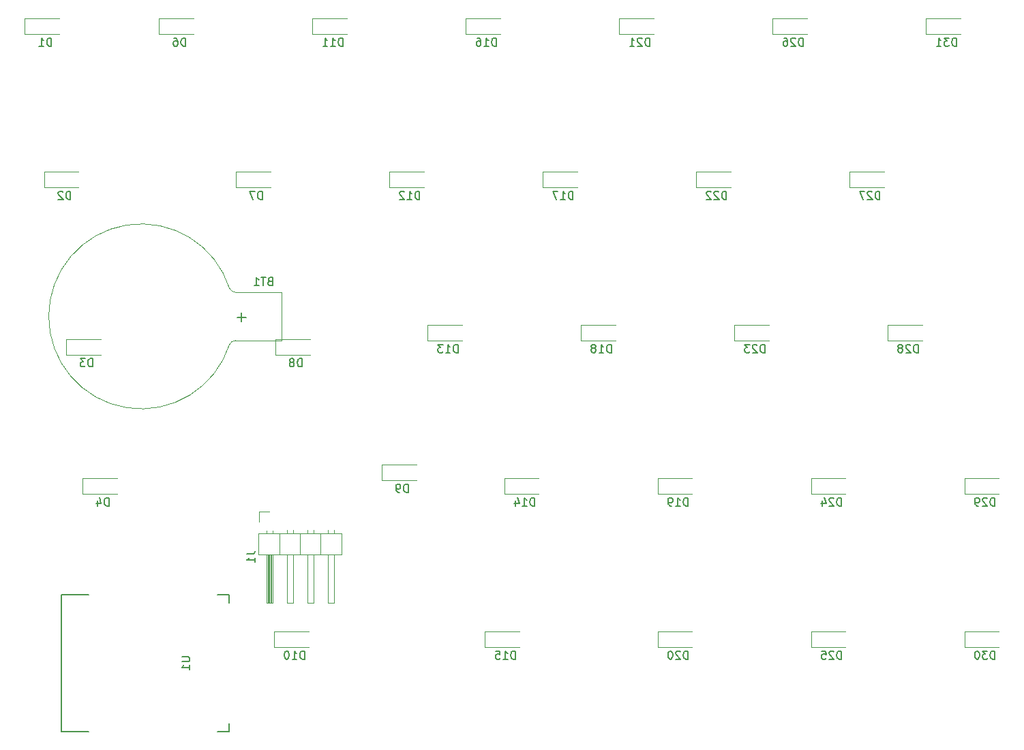
<source format=gbo>
G04 #@! TF.FileFunction,Legend,Bot*
%FSLAX46Y46*%
G04 Gerber Fmt 4.6, Leading zero omitted, Abs format (unit mm)*
G04 Created by KiCad (PCBNEW 4.0.7) date Monday, 23 April 2018 'AMt' 04:38:12*
%MOMM*%
%LPD*%
G01*
G04 APERTURE LIST*
%ADD10C,0.100000*%
%ADD11C,0.120000*%
%ADD12C,0.150000*%
G04 APERTURE END LIST*
D10*
D11*
X27943750Y-20050000D02*
X23643750Y-20050000D01*
X23643750Y-20050000D02*
X23643750Y-18050000D01*
X23643750Y-18050000D02*
X27943750Y-18050000D01*
X30325000Y-39100000D02*
X26025000Y-39100000D01*
X26025000Y-39100000D02*
X26025000Y-37100000D01*
X26025000Y-37100000D02*
X30325000Y-37100000D01*
X33050000Y-59900000D02*
X28750000Y-59900000D01*
X28750000Y-59900000D02*
X28750000Y-57900000D01*
X28750000Y-57900000D02*
X33050000Y-57900000D01*
X35087500Y-77200000D02*
X30787500Y-77200000D01*
X30787500Y-77200000D02*
X30787500Y-75200000D01*
X30787500Y-75200000D02*
X35087500Y-75200000D01*
X44612500Y-20050000D02*
X40312500Y-20050000D01*
X40312500Y-20050000D02*
X40312500Y-18050000D01*
X40312500Y-18050000D02*
X44612500Y-18050000D01*
X54137500Y-39100000D02*
X49837500Y-39100000D01*
X49837500Y-39100000D02*
X49837500Y-37100000D01*
X49837500Y-37100000D02*
X54137500Y-37100000D01*
X59050000Y-59900000D02*
X54750000Y-59900000D01*
X54750000Y-59900000D02*
X54750000Y-57900000D01*
X54750000Y-57900000D02*
X59050000Y-57900000D01*
X72250000Y-75500000D02*
X67950000Y-75500000D01*
X67950000Y-75500000D02*
X67950000Y-73500000D01*
X67950000Y-73500000D02*
X72250000Y-73500000D01*
X58900000Y-96250000D02*
X54600000Y-96250000D01*
X54600000Y-96250000D02*
X54600000Y-94250000D01*
X54600000Y-94250000D02*
X58900000Y-94250000D01*
X63662500Y-20050000D02*
X59362500Y-20050000D01*
X59362500Y-20050000D02*
X59362500Y-18050000D01*
X59362500Y-18050000D02*
X63662500Y-18050000D01*
X73187500Y-39100000D02*
X68887500Y-39100000D01*
X68887500Y-39100000D02*
X68887500Y-37100000D01*
X68887500Y-37100000D02*
X73187500Y-37100000D01*
X77950000Y-58150000D02*
X73650000Y-58150000D01*
X73650000Y-58150000D02*
X73650000Y-56150000D01*
X73650000Y-56150000D02*
X77950000Y-56150000D01*
X87475000Y-77200000D02*
X83175000Y-77200000D01*
X83175000Y-77200000D02*
X83175000Y-75200000D01*
X83175000Y-75200000D02*
X87475000Y-75200000D01*
X85093750Y-96250000D02*
X80793750Y-96250000D01*
X80793750Y-96250000D02*
X80793750Y-94250000D01*
X80793750Y-94250000D02*
X85093750Y-94250000D01*
X82712500Y-20050000D02*
X78412500Y-20050000D01*
X78412500Y-20050000D02*
X78412500Y-18050000D01*
X78412500Y-18050000D02*
X82712500Y-18050000D01*
X92237500Y-39100000D02*
X87937500Y-39100000D01*
X87937500Y-39100000D02*
X87937500Y-37100000D01*
X87937500Y-37100000D02*
X92237500Y-37100000D01*
X97000000Y-58150000D02*
X92700000Y-58150000D01*
X92700000Y-58150000D02*
X92700000Y-56150000D01*
X92700000Y-56150000D02*
X97000000Y-56150000D01*
X106525000Y-77200000D02*
X102225000Y-77200000D01*
X102225000Y-77200000D02*
X102225000Y-75200000D01*
X102225000Y-75200000D02*
X106525000Y-75200000D01*
X106525000Y-96250000D02*
X102225000Y-96250000D01*
X102225000Y-96250000D02*
X102225000Y-94250000D01*
X102225000Y-94250000D02*
X106525000Y-94250000D01*
X101762500Y-20050000D02*
X97462500Y-20050000D01*
X97462500Y-20050000D02*
X97462500Y-18050000D01*
X97462500Y-18050000D02*
X101762500Y-18050000D01*
X111287500Y-39100000D02*
X106987500Y-39100000D01*
X106987500Y-39100000D02*
X106987500Y-37100000D01*
X106987500Y-37100000D02*
X111287500Y-37100000D01*
X116050000Y-58150000D02*
X111750000Y-58150000D01*
X111750000Y-58150000D02*
X111750000Y-56150000D01*
X111750000Y-56150000D02*
X116050000Y-56150000D01*
X125575000Y-77200000D02*
X121275000Y-77200000D01*
X121275000Y-77200000D02*
X121275000Y-75200000D01*
X121275000Y-75200000D02*
X125575000Y-75200000D01*
X125575000Y-96250000D02*
X121275000Y-96250000D01*
X121275000Y-96250000D02*
X121275000Y-94250000D01*
X121275000Y-94250000D02*
X125575000Y-94250000D01*
X120812500Y-20050000D02*
X116512500Y-20050000D01*
X116512500Y-20050000D02*
X116512500Y-18050000D01*
X116512500Y-18050000D02*
X120812500Y-18050000D01*
X130337500Y-39100000D02*
X126037500Y-39100000D01*
X126037500Y-39100000D02*
X126037500Y-37100000D01*
X126037500Y-37100000D02*
X130337500Y-37100000D01*
X135100000Y-58150000D02*
X130800000Y-58150000D01*
X130800000Y-58150000D02*
X130800000Y-56150000D01*
X130800000Y-56150000D02*
X135100000Y-56150000D01*
X144625000Y-77200000D02*
X140325000Y-77200000D01*
X140325000Y-77200000D02*
X140325000Y-75200000D01*
X140325000Y-75200000D02*
X144625000Y-75200000D01*
X139862500Y-20050000D02*
X135562500Y-20050000D01*
X135562500Y-20050000D02*
X135562500Y-18050000D01*
X135562500Y-18050000D02*
X139862500Y-18050000D01*
X52670000Y-82040000D02*
X62950000Y-82040000D01*
X62950000Y-82040000D02*
X62950000Y-84700000D01*
X62950000Y-84700000D02*
X52670000Y-84700000D01*
X52670000Y-84700000D02*
X52670000Y-82040000D01*
X53620000Y-84700000D02*
X53620000Y-90700000D01*
X53620000Y-90700000D02*
X54380000Y-90700000D01*
X54380000Y-90700000D02*
X54380000Y-84700000D01*
X53680000Y-84700000D02*
X53680000Y-90700000D01*
X53800000Y-84700000D02*
X53800000Y-90700000D01*
X53920000Y-84700000D02*
X53920000Y-90700000D01*
X54040000Y-84700000D02*
X54040000Y-90700000D01*
X54160000Y-84700000D02*
X54160000Y-90700000D01*
X54280000Y-84700000D02*
X54280000Y-90700000D01*
X53620000Y-81710000D02*
X53620000Y-82040000D01*
X54380000Y-81710000D02*
X54380000Y-82040000D01*
X55270000Y-82040000D02*
X55270000Y-84700000D01*
X56160000Y-84700000D02*
X56160000Y-90700000D01*
X56160000Y-90700000D02*
X56920000Y-90700000D01*
X56920000Y-90700000D02*
X56920000Y-84700000D01*
X56160000Y-81642929D02*
X56160000Y-82040000D01*
X56920000Y-81642929D02*
X56920000Y-82040000D01*
X57810000Y-82040000D02*
X57810000Y-84700000D01*
X58700000Y-84700000D02*
X58700000Y-90700000D01*
X58700000Y-90700000D02*
X59460000Y-90700000D01*
X59460000Y-90700000D02*
X59460000Y-84700000D01*
X58700000Y-81642929D02*
X58700000Y-82040000D01*
X59460000Y-81642929D02*
X59460000Y-82040000D01*
X60350000Y-82040000D02*
X60350000Y-84700000D01*
X61240000Y-84700000D02*
X61240000Y-90700000D01*
X61240000Y-90700000D02*
X62000000Y-90700000D01*
X62000000Y-90700000D02*
X62000000Y-84700000D01*
X61240000Y-81642929D02*
X61240000Y-82040000D01*
X62000000Y-81642929D02*
X62000000Y-82040000D01*
X54000000Y-79330000D02*
X52730000Y-79330000D01*
X52730000Y-79330000D02*
X52730000Y-80600000D01*
D12*
X47600000Y-89700000D02*
X49000000Y-89700000D01*
X28200000Y-106700000D02*
X28200000Y-89700000D01*
X49000000Y-106700000D02*
X47600000Y-106700000D01*
X49000000Y-89700000D02*
X49000000Y-90700000D01*
X28200000Y-89700000D02*
X31600000Y-89700000D01*
X31600000Y-106700000D02*
X28200000Y-106700000D01*
X49000000Y-106700000D02*
X49000000Y-105700000D01*
D11*
X144625000Y-96250000D02*
X140325000Y-96250000D01*
X140325000Y-96250000D02*
X140325000Y-94250000D01*
X140325000Y-94250000D02*
X144625000Y-94250000D01*
X26604329Y-55054719D02*
G75*
G03X49050000Y-58600000I11495671J-45281D01*
G01*
X49048246Y-58626384D02*
G75*
G02X49800000Y-58100000I751754J-273616D01*
G01*
X26604329Y-55145281D02*
G75*
G02X49050000Y-51600000I11495671J45281D01*
G01*
X49048246Y-51573616D02*
G75*
G03X49800000Y-52100000I751754J273616D01*
G01*
X55500000Y-52100000D02*
X49800000Y-52100000D01*
X55500000Y-58100000D02*
X55500000Y-52100000D01*
X55500000Y-58100000D02*
X49800000Y-58100000D01*
D12*
X26931845Y-21502381D02*
X26931845Y-20502381D01*
X26693750Y-20502381D01*
X26550892Y-20550000D01*
X26455654Y-20645238D01*
X26408035Y-20740476D01*
X26360416Y-20930952D01*
X26360416Y-21073810D01*
X26408035Y-21264286D01*
X26455654Y-21359524D01*
X26550892Y-21454762D01*
X26693750Y-21502381D01*
X26931845Y-21502381D01*
X25408035Y-21502381D02*
X25979464Y-21502381D01*
X25693750Y-21502381D02*
X25693750Y-20502381D01*
X25788988Y-20645238D01*
X25884226Y-20740476D01*
X25979464Y-20788095D01*
X29313095Y-40552381D02*
X29313095Y-39552381D01*
X29075000Y-39552381D01*
X28932142Y-39600000D01*
X28836904Y-39695238D01*
X28789285Y-39790476D01*
X28741666Y-39980952D01*
X28741666Y-40123810D01*
X28789285Y-40314286D01*
X28836904Y-40409524D01*
X28932142Y-40504762D01*
X29075000Y-40552381D01*
X29313095Y-40552381D01*
X28360714Y-39647619D02*
X28313095Y-39600000D01*
X28217857Y-39552381D01*
X27979761Y-39552381D01*
X27884523Y-39600000D01*
X27836904Y-39647619D01*
X27789285Y-39742857D01*
X27789285Y-39838095D01*
X27836904Y-39980952D01*
X28408333Y-40552381D01*
X27789285Y-40552381D01*
X32038095Y-61352381D02*
X32038095Y-60352381D01*
X31800000Y-60352381D01*
X31657142Y-60400000D01*
X31561904Y-60495238D01*
X31514285Y-60590476D01*
X31466666Y-60780952D01*
X31466666Y-60923810D01*
X31514285Y-61114286D01*
X31561904Y-61209524D01*
X31657142Y-61304762D01*
X31800000Y-61352381D01*
X32038095Y-61352381D01*
X31133333Y-60352381D02*
X30514285Y-60352381D01*
X30847619Y-60733333D01*
X30704761Y-60733333D01*
X30609523Y-60780952D01*
X30561904Y-60828571D01*
X30514285Y-60923810D01*
X30514285Y-61161905D01*
X30561904Y-61257143D01*
X30609523Y-61304762D01*
X30704761Y-61352381D01*
X30990476Y-61352381D01*
X31085714Y-61304762D01*
X31133333Y-61257143D01*
X34075595Y-78652381D02*
X34075595Y-77652381D01*
X33837500Y-77652381D01*
X33694642Y-77700000D01*
X33599404Y-77795238D01*
X33551785Y-77890476D01*
X33504166Y-78080952D01*
X33504166Y-78223810D01*
X33551785Y-78414286D01*
X33599404Y-78509524D01*
X33694642Y-78604762D01*
X33837500Y-78652381D01*
X34075595Y-78652381D01*
X32647023Y-77985714D02*
X32647023Y-78652381D01*
X32885119Y-77604762D02*
X33123214Y-78319048D01*
X32504166Y-78319048D01*
X43600595Y-21502381D02*
X43600595Y-20502381D01*
X43362500Y-20502381D01*
X43219642Y-20550000D01*
X43124404Y-20645238D01*
X43076785Y-20740476D01*
X43029166Y-20930952D01*
X43029166Y-21073810D01*
X43076785Y-21264286D01*
X43124404Y-21359524D01*
X43219642Y-21454762D01*
X43362500Y-21502381D01*
X43600595Y-21502381D01*
X42172023Y-20502381D02*
X42362500Y-20502381D01*
X42457738Y-20550000D01*
X42505357Y-20597619D01*
X42600595Y-20740476D01*
X42648214Y-20930952D01*
X42648214Y-21311905D01*
X42600595Y-21407143D01*
X42552976Y-21454762D01*
X42457738Y-21502381D01*
X42267261Y-21502381D01*
X42172023Y-21454762D01*
X42124404Y-21407143D01*
X42076785Y-21311905D01*
X42076785Y-21073810D01*
X42124404Y-20978571D01*
X42172023Y-20930952D01*
X42267261Y-20883333D01*
X42457738Y-20883333D01*
X42552976Y-20930952D01*
X42600595Y-20978571D01*
X42648214Y-21073810D01*
X53125595Y-40552381D02*
X53125595Y-39552381D01*
X52887500Y-39552381D01*
X52744642Y-39600000D01*
X52649404Y-39695238D01*
X52601785Y-39790476D01*
X52554166Y-39980952D01*
X52554166Y-40123810D01*
X52601785Y-40314286D01*
X52649404Y-40409524D01*
X52744642Y-40504762D01*
X52887500Y-40552381D01*
X53125595Y-40552381D01*
X52220833Y-39552381D02*
X51554166Y-39552381D01*
X51982738Y-40552381D01*
X58038095Y-61352381D02*
X58038095Y-60352381D01*
X57800000Y-60352381D01*
X57657142Y-60400000D01*
X57561904Y-60495238D01*
X57514285Y-60590476D01*
X57466666Y-60780952D01*
X57466666Y-60923810D01*
X57514285Y-61114286D01*
X57561904Y-61209524D01*
X57657142Y-61304762D01*
X57800000Y-61352381D01*
X58038095Y-61352381D01*
X56895238Y-60780952D02*
X56990476Y-60733333D01*
X57038095Y-60685714D01*
X57085714Y-60590476D01*
X57085714Y-60542857D01*
X57038095Y-60447619D01*
X56990476Y-60400000D01*
X56895238Y-60352381D01*
X56704761Y-60352381D01*
X56609523Y-60400000D01*
X56561904Y-60447619D01*
X56514285Y-60542857D01*
X56514285Y-60590476D01*
X56561904Y-60685714D01*
X56609523Y-60733333D01*
X56704761Y-60780952D01*
X56895238Y-60780952D01*
X56990476Y-60828571D01*
X57038095Y-60876190D01*
X57085714Y-60971429D01*
X57085714Y-61161905D01*
X57038095Y-61257143D01*
X56990476Y-61304762D01*
X56895238Y-61352381D01*
X56704761Y-61352381D01*
X56609523Y-61304762D01*
X56561904Y-61257143D01*
X56514285Y-61161905D01*
X56514285Y-60971429D01*
X56561904Y-60876190D01*
X56609523Y-60828571D01*
X56704761Y-60780952D01*
X71238095Y-76952381D02*
X71238095Y-75952381D01*
X71000000Y-75952381D01*
X70857142Y-76000000D01*
X70761904Y-76095238D01*
X70714285Y-76190476D01*
X70666666Y-76380952D01*
X70666666Y-76523810D01*
X70714285Y-76714286D01*
X70761904Y-76809524D01*
X70857142Y-76904762D01*
X71000000Y-76952381D01*
X71238095Y-76952381D01*
X70190476Y-76952381D02*
X70000000Y-76952381D01*
X69904761Y-76904762D01*
X69857142Y-76857143D01*
X69761904Y-76714286D01*
X69714285Y-76523810D01*
X69714285Y-76142857D01*
X69761904Y-76047619D01*
X69809523Y-76000000D01*
X69904761Y-75952381D01*
X70095238Y-75952381D01*
X70190476Y-76000000D01*
X70238095Y-76047619D01*
X70285714Y-76142857D01*
X70285714Y-76380952D01*
X70238095Y-76476190D01*
X70190476Y-76523810D01*
X70095238Y-76571429D01*
X69904761Y-76571429D01*
X69809523Y-76523810D01*
X69761904Y-76476190D01*
X69714285Y-76380952D01*
X58364286Y-97702381D02*
X58364286Y-96702381D01*
X58126191Y-96702381D01*
X57983333Y-96750000D01*
X57888095Y-96845238D01*
X57840476Y-96940476D01*
X57792857Y-97130952D01*
X57792857Y-97273810D01*
X57840476Y-97464286D01*
X57888095Y-97559524D01*
X57983333Y-97654762D01*
X58126191Y-97702381D01*
X58364286Y-97702381D01*
X56840476Y-97702381D02*
X57411905Y-97702381D01*
X57126191Y-97702381D02*
X57126191Y-96702381D01*
X57221429Y-96845238D01*
X57316667Y-96940476D01*
X57411905Y-96988095D01*
X56221429Y-96702381D02*
X56126190Y-96702381D01*
X56030952Y-96750000D01*
X55983333Y-96797619D01*
X55935714Y-96892857D01*
X55888095Y-97083333D01*
X55888095Y-97321429D01*
X55935714Y-97511905D01*
X55983333Y-97607143D01*
X56030952Y-97654762D01*
X56126190Y-97702381D01*
X56221429Y-97702381D01*
X56316667Y-97654762D01*
X56364286Y-97607143D01*
X56411905Y-97511905D01*
X56459524Y-97321429D01*
X56459524Y-97083333D01*
X56411905Y-96892857D01*
X56364286Y-96797619D01*
X56316667Y-96750000D01*
X56221429Y-96702381D01*
X63126786Y-21502381D02*
X63126786Y-20502381D01*
X62888691Y-20502381D01*
X62745833Y-20550000D01*
X62650595Y-20645238D01*
X62602976Y-20740476D01*
X62555357Y-20930952D01*
X62555357Y-21073810D01*
X62602976Y-21264286D01*
X62650595Y-21359524D01*
X62745833Y-21454762D01*
X62888691Y-21502381D01*
X63126786Y-21502381D01*
X61602976Y-21502381D02*
X62174405Y-21502381D01*
X61888691Y-21502381D02*
X61888691Y-20502381D01*
X61983929Y-20645238D01*
X62079167Y-20740476D01*
X62174405Y-20788095D01*
X60650595Y-21502381D02*
X61222024Y-21502381D01*
X60936310Y-21502381D02*
X60936310Y-20502381D01*
X61031548Y-20645238D01*
X61126786Y-20740476D01*
X61222024Y-20788095D01*
X72651786Y-40552381D02*
X72651786Y-39552381D01*
X72413691Y-39552381D01*
X72270833Y-39600000D01*
X72175595Y-39695238D01*
X72127976Y-39790476D01*
X72080357Y-39980952D01*
X72080357Y-40123810D01*
X72127976Y-40314286D01*
X72175595Y-40409524D01*
X72270833Y-40504762D01*
X72413691Y-40552381D01*
X72651786Y-40552381D01*
X71127976Y-40552381D02*
X71699405Y-40552381D01*
X71413691Y-40552381D02*
X71413691Y-39552381D01*
X71508929Y-39695238D01*
X71604167Y-39790476D01*
X71699405Y-39838095D01*
X70747024Y-39647619D02*
X70699405Y-39600000D01*
X70604167Y-39552381D01*
X70366071Y-39552381D01*
X70270833Y-39600000D01*
X70223214Y-39647619D01*
X70175595Y-39742857D01*
X70175595Y-39838095D01*
X70223214Y-39980952D01*
X70794643Y-40552381D01*
X70175595Y-40552381D01*
X77414286Y-59602381D02*
X77414286Y-58602381D01*
X77176191Y-58602381D01*
X77033333Y-58650000D01*
X76938095Y-58745238D01*
X76890476Y-58840476D01*
X76842857Y-59030952D01*
X76842857Y-59173810D01*
X76890476Y-59364286D01*
X76938095Y-59459524D01*
X77033333Y-59554762D01*
X77176191Y-59602381D01*
X77414286Y-59602381D01*
X75890476Y-59602381D02*
X76461905Y-59602381D01*
X76176191Y-59602381D02*
X76176191Y-58602381D01*
X76271429Y-58745238D01*
X76366667Y-58840476D01*
X76461905Y-58888095D01*
X75557143Y-58602381D02*
X74938095Y-58602381D01*
X75271429Y-58983333D01*
X75128571Y-58983333D01*
X75033333Y-59030952D01*
X74985714Y-59078571D01*
X74938095Y-59173810D01*
X74938095Y-59411905D01*
X74985714Y-59507143D01*
X75033333Y-59554762D01*
X75128571Y-59602381D01*
X75414286Y-59602381D01*
X75509524Y-59554762D01*
X75557143Y-59507143D01*
X86939286Y-78652381D02*
X86939286Y-77652381D01*
X86701191Y-77652381D01*
X86558333Y-77700000D01*
X86463095Y-77795238D01*
X86415476Y-77890476D01*
X86367857Y-78080952D01*
X86367857Y-78223810D01*
X86415476Y-78414286D01*
X86463095Y-78509524D01*
X86558333Y-78604762D01*
X86701191Y-78652381D01*
X86939286Y-78652381D01*
X85415476Y-78652381D02*
X85986905Y-78652381D01*
X85701191Y-78652381D02*
X85701191Y-77652381D01*
X85796429Y-77795238D01*
X85891667Y-77890476D01*
X85986905Y-77938095D01*
X84558333Y-77985714D02*
X84558333Y-78652381D01*
X84796429Y-77604762D02*
X85034524Y-78319048D01*
X84415476Y-78319048D01*
X84558036Y-97702381D02*
X84558036Y-96702381D01*
X84319941Y-96702381D01*
X84177083Y-96750000D01*
X84081845Y-96845238D01*
X84034226Y-96940476D01*
X83986607Y-97130952D01*
X83986607Y-97273810D01*
X84034226Y-97464286D01*
X84081845Y-97559524D01*
X84177083Y-97654762D01*
X84319941Y-97702381D01*
X84558036Y-97702381D01*
X83034226Y-97702381D02*
X83605655Y-97702381D01*
X83319941Y-97702381D02*
X83319941Y-96702381D01*
X83415179Y-96845238D01*
X83510417Y-96940476D01*
X83605655Y-96988095D01*
X82129464Y-96702381D02*
X82605655Y-96702381D01*
X82653274Y-97178571D01*
X82605655Y-97130952D01*
X82510417Y-97083333D01*
X82272321Y-97083333D01*
X82177083Y-97130952D01*
X82129464Y-97178571D01*
X82081845Y-97273810D01*
X82081845Y-97511905D01*
X82129464Y-97607143D01*
X82177083Y-97654762D01*
X82272321Y-97702381D01*
X82510417Y-97702381D01*
X82605655Y-97654762D01*
X82653274Y-97607143D01*
X82176786Y-21502381D02*
X82176786Y-20502381D01*
X81938691Y-20502381D01*
X81795833Y-20550000D01*
X81700595Y-20645238D01*
X81652976Y-20740476D01*
X81605357Y-20930952D01*
X81605357Y-21073810D01*
X81652976Y-21264286D01*
X81700595Y-21359524D01*
X81795833Y-21454762D01*
X81938691Y-21502381D01*
X82176786Y-21502381D01*
X80652976Y-21502381D02*
X81224405Y-21502381D01*
X80938691Y-21502381D02*
X80938691Y-20502381D01*
X81033929Y-20645238D01*
X81129167Y-20740476D01*
X81224405Y-20788095D01*
X79795833Y-20502381D02*
X79986310Y-20502381D01*
X80081548Y-20550000D01*
X80129167Y-20597619D01*
X80224405Y-20740476D01*
X80272024Y-20930952D01*
X80272024Y-21311905D01*
X80224405Y-21407143D01*
X80176786Y-21454762D01*
X80081548Y-21502381D01*
X79891071Y-21502381D01*
X79795833Y-21454762D01*
X79748214Y-21407143D01*
X79700595Y-21311905D01*
X79700595Y-21073810D01*
X79748214Y-20978571D01*
X79795833Y-20930952D01*
X79891071Y-20883333D01*
X80081548Y-20883333D01*
X80176786Y-20930952D01*
X80224405Y-20978571D01*
X80272024Y-21073810D01*
X91701786Y-40552381D02*
X91701786Y-39552381D01*
X91463691Y-39552381D01*
X91320833Y-39600000D01*
X91225595Y-39695238D01*
X91177976Y-39790476D01*
X91130357Y-39980952D01*
X91130357Y-40123810D01*
X91177976Y-40314286D01*
X91225595Y-40409524D01*
X91320833Y-40504762D01*
X91463691Y-40552381D01*
X91701786Y-40552381D01*
X90177976Y-40552381D02*
X90749405Y-40552381D01*
X90463691Y-40552381D02*
X90463691Y-39552381D01*
X90558929Y-39695238D01*
X90654167Y-39790476D01*
X90749405Y-39838095D01*
X89844643Y-39552381D02*
X89177976Y-39552381D01*
X89606548Y-40552381D01*
X96464286Y-59602381D02*
X96464286Y-58602381D01*
X96226191Y-58602381D01*
X96083333Y-58650000D01*
X95988095Y-58745238D01*
X95940476Y-58840476D01*
X95892857Y-59030952D01*
X95892857Y-59173810D01*
X95940476Y-59364286D01*
X95988095Y-59459524D01*
X96083333Y-59554762D01*
X96226191Y-59602381D01*
X96464286Y-59602381D01*
X94940476Y-59602381D02*
X95511905Y-59602381D01*
X95226191Y-59602381D02*
X95226191Y-58602381D01*
X95321429Y-58745238D01*
X95416667Y-58840476D01*
X95511905Y-58888095D01*
X94369048Y-59030952D02*
X94464286Y-58983333D01*
X94511905Y-58935714D01*
X94559524Y-58840476D01*
X94559524Y-58792857D01*
X94511905Y-58697619D01*
X94464286Y-58650000D01*
X94369048Y-58602381D01*
X94178571Y-58602381D01*
X94083333Y-58650000D01*
X94035714Y-58697619D01*
X93988095Y-58792857D01*
X93988095Y-58840476D01*
X94035714Y-58935714D01*
X94083333Y-58983333D01*
X94178571Y-59030952D01*
X94369048Y-59030952D01*
X94464286Y-59078571D01*
X94511905Y-59126190D01*
X94559524Y-59221429D01*
X94559524Y-59411905D01*
X94511905Y-59507143D01*
X94464286Y-59554762D01*
X94369048Y-59602381D01*
X94178571Y-59602381D01*
X94083333Y-59554762D01*
X94035714Y-59507143D01*
X93988095Y-59411905D01*
X93988095Y-59221429D01*
X94035714Y-59126190D01*
X94083333Y-59078571D01*
X94178571Y-59030952D01*
X105989286Y-78652381D02*
X105989286Y-77652381D01*
X105751191Y-77652381D01*
X105608333Y-77700000D01*
X105513095Y-77795238D01*
X105465476Y-77890476D01*
X105417857Y-78080952D01*
X105417857Y-78223810D01*
X105465476Y-78414286D01*
X105513095Y-78509524D01*
X105608333Y-78604762D01*
X105751191Y-78652381D01*
X105989286Y-78652381D01*
X104465476Y-78652381D02*
X105036905Y-78652381D01*
X104751191Y-78652381D02*
X104751191Y-77652381D01*
X104846429Y-77795238D01*
X104941667Y-77890476D01*
X105036905Y-77938095D01*
X103989286Y-78652381D02*
X103798810Y-78652381D01*
X103703571Y-78604762D01*
X103655952Y-78557143D01*
X103560714Y-78414286D01*
X103513095Y-78223810D01*
X103513095Y-77842857D01*
X103560714Y-77747619D01*
X103608333Y-77700000D01*
X103703571Y-77652381D01*
X103894048Y-77652381D01*
X103989286Y-77700000D01*
X104036905Y-77747619D01*
X104084524Y-77842857D01*
X104084524Y-78080952D01*
X104036905Y-78176190D01*
X103989286Y-78223810D01*
X103894048Y-78271429D01*
X103703571Y-78271429D01*
X103608333Y-78223810D01*
X103560714Y-78176190D01*
X103513095Y-78080952D01*
X105989286Y-97702381D02*
X105989286Y-96702381D01*
X105751191Y-96702381D01*
X105608333Y-96750000D01*
X105513095Y-96845238D01*
X105465476Y-96940476D01*
X105417857Y-97130952D01*
X105417857Y-97273810D01*
X105465476Y-97464286D01*
X105513095Y-97559524D01*
X105608333Y-97654762D01*
X105751191Y-97702381D01*
X105989286Y-97702381D01*
X105036905Y-96797619D02*
X104989286Y-96750000D01*
X104894048Y-96702381D01*
X104655952Y-96702381D01*
X104560714Y-96750000D01*
X104513095Y-96797619D01*
X104465476Y-96892857D01*
X104465476Y-96988095D01*
X104513095Y-97130952D01*
X105084524Y-97702381D01*
X104465476Y-97702381D01*
X103846429Y-96702381D02*
X103751190Y-96702381D01*
X103655952Y-96750000D01*
X103608333Y-96797619D01*
X103560714Y-96892857D01*
X103513095Y-97083333D01*
X103513095Y-97321429D01*
X103560714Y-97511905D01*
X103608333Y-97607143D01*
X103655952Y-97654762D01*
X103751190Y-97702381D01*
X103846429Y-97702381D01*
X103941667Y-97654762D01*
X103989286Y-97607143D01*
X104036905Y-97511905D01*
X104084524Y-97321429D01*
X104084524Y-97083333D01*
X104036905Y-96892857D01*
X103989286Y-96797619D01*
X103941667Y-96750000D01*
X103846429Y-96702381D01*
X101226786Y-21502381D02*
X101226786Y-20502381D01*
X100988691Y-20502381D01*
X100845833Y-20550000D01*
X100750595Y-20645238D01*
X100702976Y-20740476D01*
X100655357Y-20930952D01*
X100655357Y-21073810D01*
X100702976Y-21264286D01*
X100750595Y-21359524D01*
X100845833Y-21454762D01*
X100988691Y-21502381D01*
X101226786Y-21502381D01*
X100274405Y-20597619D02*
X100226786Y-20550000D01*
X100131548Y-20502381D01*
X99893452Y-20502381D01*
X99798214Y-20550000D01*
X99750595Y-20597619D01*
X99702976Y-20692857D01*
X99702976Y-20788095D01*
X99750595Y-20930952D01*
X100322024Y-21502381D01*
X99702976Y-21502381D01*
X98750595Y-21502381D02*
X99322024Y-21502381D01*
X99036310Y-21502381D02*
X99036310Y-20502381D01*
X99131548Y-20645238D01*
X99226786Y-20740476D01*
X99322024Y-20788095D01*
X110751786Y-40552381D02*
X110751786Y-39552381D01*
X110513691Y-39552381D01*
X110370833Y-39600000D01*
X110275595Y-39695238D01*
X110227976Y-39790476D01*
X110180357Y-39980952D01*
X110180357Y-40123810D01*
X110227976Y-40314286D01*
X110275595Y-40409524D01*
X110370833Y-40504762D01*
X110513691Y-40552381D01*
X110751786Y-40552381D01*
X109799405Y-39647619D02*
X109751786Y-39600000D01*
X109656548Y-39552381D01*
X109418452Y-39552381D01*
X109323214Y-39600000D01*
X109275595Y-39647619D01*
X109227976Y-39742857D01*
X109227976Y-39838095D01*
X109275595Y-39980952D01*
X109847024Y-40552381D01*
X109227976Y-40552381D01*
X108847024Y-39647619D02*
X108799405Y-39600000D01*
X108704167Y-39552381D01*
X108466071Y-39552381D01*
X108370833Y-39600000D01*
X108323214Y-39647619D01*
X108275595Y-39742857D01*
X108275595Y-39838095D01*
X108323214Y-39980952D01*
X108894643Y-40552381D01*
X108275595Y-40552381D01*
X115514286Y-59602381D02*
X115514286Y-58602381D01*
X115276191Y-58602381D01*
X115133333Y-58650000D01*
X115038095Y-58745238D01*
X114990476Y-58840476D01*
X114942857Y-59030952D01*
X114942857Y-59173810D01*
X114990476Y-59364286D01*
X115038095Y-59459524D01*
X115133333Y-59554762D01*
X115276191Y-59602381D01*
X115514286Y-59602381D01*
X114561905Y-58697619D02*
X114514286Y-58650000D01*
X114419048Y-58602381D01*
X114180952Y-58602381D01*
X114085714Y-58650000D01*
X114038095Y-58697619D01*
X113990476Y-58792857D01*
X113990476Y-58888095D01*
X114038095Y-59030952D01*
X114609524Y-59602381D01*
X113990476Y-59602381D01*
X113657143Y-58602381D02*
X113038095Y-58602381D01*
X113371429Y-58983333D01*
X113228571Y-58983333D01*
X113133333Y-59030952D01*
X113085714Y-59078571D01*
X113038095Y-59173810D01*
X113038095Y-59411905D01*
X113085714Y-59507143D01*
X113133333Y-59554762D01*
X113228571Y-59602381D01*
X113514286Y-59602381D01*
X113609524Y-59554762D01*
X113657143Y-59507143D01*
X125039286Y-78652381D02*
X125039286Y-77652381D01*
X124801191Y-77652381D01*
X124658333Y-77700000D01*
X124563095Y-77795238D01*
X124515476Y-77890476D01*
X124467857Y-78080952D01*
X124467857Y-78223810D01*
X124515476Y-78414286D01*
X124563095Y-78509524D01*
X124658333Y-78604762D01*
X124801191Y-78652381D01*
X125039286Y-78652381D01*
X124086905Y-77747619D02*
X124039286Y-77700000D01*
X123944048Y-77652381D01*
X123705952Y-77652381D01*
X123610714Y-77700000D01*
X123563095Y-77747619D01*
X123515476Y-77842857D01*
X123515476Y-77938095D01*
X123563095Y-78080952D01*
X124134524Y-78652381D01*
X123515476Y-78652381D01*
X122658333Y-77985714D02*
X122658333Y-78652381D01*
X122896429Y-77604762D02*
X123134524Y-78319048D01*
X122515476Y-78319048D01*
X125039286Y-97702381D02*
X125039286Y-96702381D01*
X124801191Y-96702381D01*
X124658333Y-96750000D01*
X124563095Y-96845238D01*
X124515476Y-96940476D01*
X124467857Y-97130952D01*
X124467857Y-97273810D01*
X124515476Y-97464286D01*
X124563095Y-97559524D01*
X124658333Y-97654762D01*
X124801191Y-97702381D01*
X125039286Y-97702381D01*
X124086905Y-96797619D02*
X124039286Y-96750000D01*
X123944048Y-96702381D01*
X123705952Y-96702381D01*
X123610714Y-96750000D01*
X123563095Y-96797619D01*
X123515476Y-96892857D01*
X123515476Y-96988095D01*
X123563095Y-97130952D01*
X124134524Y-97702381D01*
X123515476Y-97702381D01*
X122610714Y-96702381D02*
X123086905Y-96702381D01*
X123134524Y-97178571D01*
X123086905Y-97130952D01*
X122991667Y-97083333D01*
X122753571Y-97083333D01*
X122658333Y-97130952D01*
X122610714Y-97178571D01*
X122563095Y-97273810D01*
X122563095Y-97511905D01*
X122610714Y-97607143D01*
X122658333Y-97654762D01*
X122753571Y-97702381D01*
X122991667Y-97702381D01*
X123086905Y-97654762D01*
X123134524Y-97607143D01*
X120276786Y-21502381D02*
X120276786Y-20502381D01*
X120038691Y-20502381D01*
X119895833Y-20550000D01*
X119800595Y-20645238D01*
X119752976Y-20740476D01*
X119705357Y-20930952D01*
X119705357Y-21073810D01*
X119752976Y-21264286D01*
X119800595Y-21359524D01*
X119895833Y-21454762D01*
X120038691Y-21502381D01*
X120276786Y-21502381D01*
X119324405Y-20597619D02*
X119276786Y-20550000D01*
X119181548Y-20502381D01*
X118943452Y-20502381D01*
X118848214Y-20550000D01*
X118800595Y-20597619D01*
X118752976Y-20692857D01*
X118752976Y-20788095D01*
X118800595Y-20930952D01*
X119372024Y-21502381D01*
X118752976Y-21502381D01*
X117895833Y-20502381D02*
X118086310Y-20502381D01*
X118181548Y-20550000D01*
X118229167Y-20597619D01*
X118324405Y-20740476D01*
X118372024Y-20930952D01*
X118372024Y-21311905D01*
X118324405Y-21407143D01*
X118276786Y-21454762D01*
X118181548Y-21502381D01*
X117991071Y-21502381D01*
X117895833Y-21454762D01*
X117848214Y-21407143D01*
X117800595Y-21311905D01*
X117800595Y-21073810D01*
X117848214Y-20978571D01*
X117895833Y-20930952D01*
X117991071Y-20883333D01*
X118181548Y-20883333D01*
X118276786Y-20930952D01*
X118324405Y-20978571D01*
X118372024Y-21073810D01*
X129801786Y-40552381D02*
X129801786Y-39552381D01*
X129563691Y-39552381D01*
X129420833Y-39600000D01*
X129325595Y-39695238D01*
X129277976Y-39790476D01*
X129230357Y-39980952D01*
X129230357Y-40123810D01*
X129277976Y-40314286D01*
X129325595Y-40409524D01*
X129420833Y-40504762D01*
X129563691Y-40552381D01*
X129801786Y-40552381D01*
X128849405Y-39647619D02*
X128801786Y-39600000D01*
X128706548Y-39552381D01*
X128468452Y-39552381D01*
X128373214Y-39600000D01*
X128325595Y-39647619D01*
X128277976Y-39742857D01*
X128277976Y-39838095D01*
X128325595Y-39980952D01*
X128897024Y-40552381D01*
X128277976Y-40552381D01*
X127944643Y-39552381D02*
X127277976Y-39552381D01*
X127706548Y-40552381D01*
X134564286Y-59602381D02*
X134564286Y-58602381D01*
X134326191Y-58602381D01*
X134183333Y-58650000D01*
X134088095Y-58745238D01*
X134040476Y-58840476D01*
X133992857Y-59030952D01*
X133992857Y-59173810D01*
X134040476Y-59364286D01*
X134088095Y-59459524D01*
X134183333Y-59554762D01*
X134326191Y-59602381D01*
X134564286Y-59602381D01*
X133611905Y-58697619D02*
X133564286Y-58650000D01*
X133469048Y-58602381D01*
X133230952Y-58602381D01*
X133135714Y-58650000D01*
X133088095Y-58697619D01*
X133040476Y-58792857D01*
X133040476Y-58888095D01*
X133088095Y-59030952D01*
X133659524Y-59602381D01*
X133040476Y-59602381D01*
X132469048Y-59030952D02*
X132564286Y-58983333D01*
X132611905Y-58935714D01*
X132659524Y-58840476D01*
X132659524Y-58792857D01*
X132611905Y-58697619D01*
X132564286Y-58650000D01*
X132469048Y-58602381D01*
X132278571Y-58602381D01*
X132183333Y-58650000D01*
X132135714Y-58697619D01*
X132088095Y-58792857D01*
X132088095Y-58840476D01*
X132135714Y-58935714D01*
X132183333Y-58983333D01*
X132278571Y-59030952D01*
X132469048Y-59030952D01*
X132564286Y-59078571D01*
X132611905Y-59126190D01*
X132659524Y-59221429D01*
X132659524Y-59411905D01*
X132611905Y-59507143D01*
X132564286Y-59554762D01*
X132469048Y-59602381D01*
X132278571Y-59602381D01*
X132183333Y-59554762D01*
X132135714Y-59507143D01*
X132088095Y-59411905D01*
X132088095Y-59221429D01*
X132135714Y-59126190D01*
X132183333Y-59078571D01*
X132278571Y-59030952D01*
X144089286Y-78652381D02*
X144089286Y-77652381D01*
X143851191Y-77652381D01*
X143708333Y-77700000D01*
X143613095Y-77795238D01*
X143565476Y-77890476D01*
X143517857Y-78080952D01*
X143517857Y-78223810D01*
X143565476Y-78414286D01*
X143613095Y-78509524D01*
X143708333Y-78604762D01*
X143851191Y-78652381D01*
X144089286Y-78652381D01*
X143136905Y-77747619D02*
X143089286Y-77700000D01*
X142994048Y-77652381D01*
X142755952Y-77652381D01*
X142660714Y-77700000D01*
X142613095Y-77747619D01*
X142565476Y-77842857D01*
X142565476Y-77938095D01*
X142613095Y-78080952D01*
X143184524Y-78652381D01*
X142565476Y-78652381D01*
X142089286Y-78652381D02*
X141898810Y-78652381D01*
X141803571Y-78604762D01*
X141755952Y-78557143D01*
X141660714Y-78414286D01*
X141613095Y-78223810D01*
X141613095Y-77842857D01*
X141660714Y-77747619D01*
X141708333Y-77700000D01*
X141803571Y-77652381D01*
X141994048Y-77652381D01*
X142089286Y-77700000D01*
X142136905Y-77747619D01*
X142184524Y-77842857D01*
X142184524Y-78080952D01*
X142136905Y-78176190D01*
X142089286Y-78223810D01*
X141994048Y-78271429D01*
X141803571Y-78271429D01*
X141708333Y-78223810D01*
X141660714Y-78176190D01*
X141613095Y-78080952D01*
X139326786Y-21502381D02*
X139326786Y-20502381D01*
X139088691Y-20502381D01*
X138945833Y-20550000D01*
X138850595Y-20645238D01*
X138802976Y-20740476D01*
X138755357Y-20930952D01*
X138755357Y-21073810D01*
X138802976Y-21264286D01*
X138850595Y-21359524D01*
X138945833Y-21454762D01*
X139088691Y-21502381D01*
X139326786Y-21502381D01*
X138422024Y-20502381D02*
X137802976Y-20502381D01*
X138136310Y-20883333D01*
X137993452Y-20883333D01*
X137898214Y-20930952D01*
X137850595Y-20978571D01*
X137802976Y-21073810D01*
X137802976Y-21311905D01*
X137850595Y-21407143D01*
X137898214Y-21454762D01*
X137993452Y-21502381D01*
X138279167Y-21502381D01*
X138374405Y-21454762D01*
X138422024Y-21407143D01*
X136850595Y-21502381D02*
X137422024Y-21502381D01*
X137136310Y-21502381D02*
X137136310Y-20502381D01*
X137231548Y-20645238D01*
X137326786Y-20740476D01*
X137422024Y-20788095D01*
X51182381Y-84651667D02*
X51896667Y-84651667D01*
X52039524Y-84604047D01*
X52134762Y-84508809D01*
X52182381Y-84365952D01*
X52182381Y-84270714D01*
X52182381Y-85651667D02*
X52182381Y-85080238D01*
X52182381Y-85365952D02*
X51182381Y-85365952D01*
X51325238Y-85270714D01*
X51420476Y-85175476D01*
X51468095Y-85080238D01*
X43132381Y-97438095D02*
X43941905Y-97438095D01*
X44037143Y-97485714D01*
X44084762Y-97533333D01*
X44132381Y-97628571D01*
X44132381Y-97819048D01*
X44084762Y-97914286D01*
X44037143Y-97961905D01*
X43941905Y-98009524D01*
X43132381Y-98009524D01*
X44132381Y-99009524D02*
X44132381Y-98438095D01*
X44132381Y-98723809D02*
X43132381Y-98723809D01*
X43275238Y-98628571D01*
X43370476Y-98533333D01*
X43418095Y-98438095D01*
X144089286Y-97702381D02*
X144089286Y-96702381D01*
X143851191Y-96702381D01*
X143708333Y-96750000D01*
X143613095Y-96845238D01*
X143565476Y-96940476D01*
X143517857Y-97130952D01*
X143517857Y-97273810D01*
X143565476Y-97464286D01*
X143613095Y-97559524D01*
X143708333Y-97654762D01*
X143851191Y-97702381D01*
X144089286Y-97702381D01*
X143184524Y-96702381D02*
X142565476Y-96702381D01*
X142898810Y-97083333D01*
X142755952Y-97083333D01*
X142660714Y-97130952D01*
X142613095Y-97178571D01*
X142565476Y-97273810D01*
X142565476Y-97511905D01*
X142613095Y-97607143D01*
X142660714Y-97654762D01*
X142755952Y-97702381D01*
X143041667Y-97702381D01*
X143136905Y-97654762D01*
X143184524Y-97607143D01*
X141946429Y-96702381D02*
X141851190Y-96702381D01*
X141755952Y-96750000D01*
X141708333Y-96797619D01*
X141660714Y-96892857D01*
X141613095Y-97083333D01*
X141613095Y-97321429D01*
X141660714Y-97511905D01*
X141708333Y-97607143D01*
X141755952Y-97654762D01*
X141851190Y-97702381D01*
X141946429Y-97702381D01*
X142041667Y-97654762D01*
X142089286Y-97607143D01*
X142136905Y-97511905D01*
X142184524Y-97321429D01*
X142184524Y-97083333D01*
X142136905Y-96892857D01*
X142089286Y-96797619D01*
X142041667Y-96750000D01*
X141946429Y-96702381D01*
X54085714Y-50728571D02*
X53942857Y-50776190D01*
X53895238Y-50823810D01*
X53847619Y-50919048D01*
X53847619Y-51061905D01*
X53895238Y-51157143D01*
X53942857Y-51204762D01*
X54038095Y-51252381D01*
X54419048Y-51252381D01*
X54419048Y-50252381D01*
X54085714Y-50252381D01*
X53990476Y-50300000D01*
X53942857Y-50347619D01*
X53895238Y-50442857D01*
X53895238Y-50538095D01*
X53942857Y-50633333D01*
X53990476Y-50680952D01*
X54085714Y-50728571D01*
X54419048Y-50728571D01*
X53561905Y-50252381D02*
X52990476Y-50252381D01*
X53276191Y-51252381D02*
X53276191Y-50252381D01*
X52133333Y-51252381D02*
X52704762Y-51252381D01*
X52419048Y-51252381D02*
X52419048Y-50252381D01*
X52514286Y-50395238D01*
X52609524Y-50490476D01*
X52704762Y-50538095D01*
X51121428Y-55207143D02*
X49978571Y-55207143D01*
X50550000Y-55778571D02*
X50550000Y-54635714D01*
M02*

</source>
